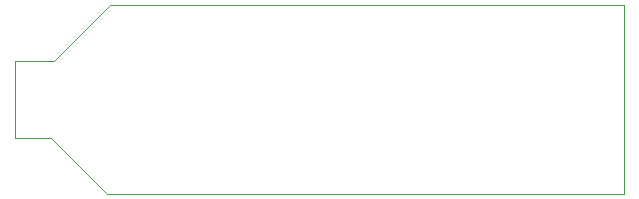
<source format=gbr>
%FSTAX25Y25*%
%MOMM*%
%SFA1B1*%

%IPPOS*%
%ADD36C,0.025400*%
%LNmicamp_profile-1*%
%LPD*%
G54D36*
X-5149999Y-0324998D02*
Y0324998D01*
X-4824999*
X-4349998Y0799998*
X0*
Y-0799998*
X-4374997Y-08*
Y-0799998*
X-4849997Y-0324998*
X-5149999*
M02*
</source>
